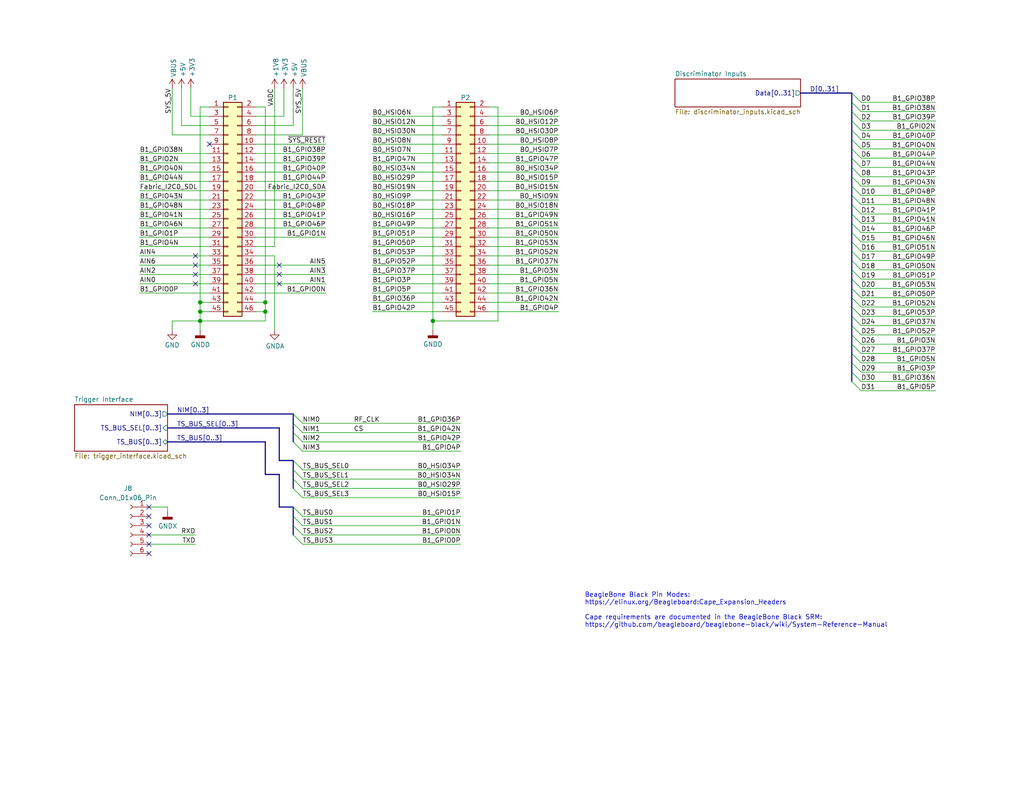
<source format=kicad_sch>
(kicad_sch (version 20231120) (generator "eeschema") (generator_version "8.0")
  (paper "USLetter")
  (title_block (title "BeagleV Fire TDC Cape") (date "2024-09-28") (rev "1") (company "MIT SpinQuest DAQ Group") (comment 1 "Noah Paladino"))
  (lib_symbols
    (symbol "Connector:Conn_01x06_Socket" (pin_names (offset 1.016) hide)
      (property "Reference" "J" (at 0 7.62 0))
      (property "Value" "Conn_01x06_Socket" (at 0 -10.16 0))
      (symbol "Conn_01x06_Socket_1_1"
        (arc (start 0 -7.112) (mid -0.5058 -7.62) (end 0 -8.128) (stroke (width 0.1524)))
        (arc (start 0 -4.572) (mid -0.5058 -5.08) (end 0 -5.588) (stroke (width 0.1524)))
        (arc (start 0 -2.032) (mid -0.5058 -2.54) (end 0 -3.048) (stroke (width 0.1524)))
        (polyline (pts (xy -1.27 -7.62) (xy -0.508 -7.62)) (stroke (width 0.1524)))
        (polyline (pts (xy -1.27 -5.08) (xy -0.508 -5.08)) (stroke (width 0.1524)))
        (polyline (pts (xy -1.27 -2.54) (xy -0.508 -2.54)) (stroke (width 0.1524)))
        (polyline (pts (xy -1.27 0) (xy -0.508 0)) (stroke (width 0.1524)))
        (polyline (pts (xy -1.27 2.54) (xy -0.508 2.54)) (stroke (width 0.1524)))
        (polyline (pts (xy -1.27 5.08) (xy -0.508 5.08)) (stroke (width 0.1524)))
        (arc (start 0 0.508) (mid -0.5058 0) (end 0 -0.508) (stroke (width 0.1524)))
        (arc (start 0 3.048) (mid -0.5058 2.54) (end 0 2.032) (stroke (width 0.1524)))
        (arc (start 0 5.588) (mid -0.5058 5.08) (end 0 4.572) (stroke (width 0.1524)))
        (pin passive line (at -5.08 5.08 0) (length 3.81) (name "Pin_1") (number "1"))
        (pin passive line (at -5.08 2.54 0) (length 3.81) (name "Pin_2") (number "2"))
        (pin passive line (at -5.08 0 0) (length 3.81) (name "Pin_3") (number "3"))
        (pin passive line (at -5.08 -2.54 0) (length 3.81) (name "Pin_4") (number "4"))
        (pin passive line (at -5.08 -5.08 0) (length 3.81) (name "Pin_5") (number "5"))
        (pin passive line (at -5.08 -7.62 0) (length 3.81) (name "Pin_6") (number "6"))
      )
    )
    (symbol "Connector_Generic:Conn_02x23_Odd_Even" (pin_names (offset 1.016) hide)
      (property "Reference" "J" (at 1.27 30.48 0))
      (property "Value" "Conn_02x23_Odd_Even" (at 1.27 -30.48 0))
      (symbol "Conn_02x23_Odd_Even_1_1"
        (rectangle (start -1.27 -27.813) (end 0 -28.067) (stroke (width 0.1524)))
        (rectangle (start -1.27 -25.273) (end 0 -25.527) (stroke (width 0.1524)))
        (rectangle (start -1.27 -22.733) (end 0 -22.987) (stroke (width 0.1524)))
        (rectangle (start -1.27 -20.193) (end 0 -20.447) (stroke (width 0.1524)))
        (rectangle (start -1.27 -17.653) (end 0 -17.907) (stroke (width 0.1524)))
        (rectangle (start -1.27 -15.113) (end 0 -15.367) (stroke (width 0.1524)))
        (rectangle (start -1.27 -12.573) (end 0 -12.827) (stroke (width 0.1524)))
        (rectangle (start -1.27 -10.033) (end 0 -10.287) (stroke (width 0.1524)))
        (rectangle (start -1.27 -7.493) (end 0 -7.747) (stroke (width 0.1524)))
        (rectangle (start -1.27 -4.953) (end 0 -5.207) (stroke (width 0.1524)))
        (rectangle (start -1.27 -2.413) (end 0 -2.667) (stroke (width 0.1524)))
        (rectangle (start -1.27 0.127) (end 0 -0.127) (stroke (width 0.1524)))
        (rectangle (start -1.27 2.667) (end 0 2.413) (stroke (width 0.1524)))
        (rectangle (start -1.27 5.207) (end 0 4.953) (stroke (width 0.1524)))
        (rectangle (start -1.27 7.747) (end 0 7.493) (stroke (width 0.1524)))
        (rectangle (start -1.27 10.287) (end 0 10.033) (stroke (width 0.1524)))
        (rectangle (start -1.27 12.827) (end 0 12.573) (stroke (width 0.1524)))
        (rectangle (start -1.27 15.367) (end 0 15.113) (stroke (width 0.1524)))
        (rectangle (start -1.27 17.907) (end 0 17.653) (stroke (width 0.1524)))
        (rectangle (start -1.27 20.447) (end 0 20.193) (stroke (width 0.1524)))
        (rectangle (start -1.27 22.987) (end 0 22.733) (stroke (width 0.1524)))
        (rectangle (start -1.27 25.527) (end 0 25.273) (stroke (width 0.1524)))
        (rectangle (start -1.27 28.067) (end 0 27.813) (stroke (width 0.1524)))
        (rectangle (start -1.27 29.21) (end 3.81 -29.21) (stroke (width 0.254)) (fill (type background)))
        (rectangle (start 3.81 -27.813) (end 2.54 -28.067) (stroke (width 0.1524)))
        (rectangle (start 3.81 -25.273) (end 2.54 -25.527) (stroke (width 0.1524)))
        (rectangle (start 3.81 -22.733) (end 2.54 -22.987) (stroke (width 0.1524)))
        (rectangle (start 3.81 -20.193) (end 2.54 -20.447) (stroke (width 0.1524)))
        (rectangle (start 3.81 -17.653) (end 2.54 -17.907) (stroke (width 0.1524)))
        (rectangle (start 3.81 -15.113) (end 2.54 -15.367) (stroke (width 0.1524)))
        (rectangle (start 3.81 -12.573) (end 2.54 -12.827) (stroke (width 0.1524)))
        (rectangle (start 3.81 -10.033) (end 2.54 -10.287) (stroke (width 0.1524)))
        (rectangle (start 3.81 -7.493) (end 2.54 -7.747) (stroke (width 0.1524)))
        (rectangle (start 3.81 -4.953) (end 2.54 -5.207) (stroke (width 0.1524)))
        (rectangle (start 3.81 -2.413) (end 2.54 -2.667) (stroke (width 0.1524)))
        (rectangle (start 3.81 0.127) (end 2.54 -0.127) (stroke (width 0.1524)))
        (rectangle (start 3.81 2.667) (end 2.54 2.413) (stroke (width 0.1524)))
        (rectangle (start 3.81 5.207) (end 2.54 4.953) (stroke (width 0.1524)))
        (rectangle (start 3.81 7.747) (end 2.54 7.493) (stroke (width 0.1524)))
        (rectangle (start 3.81 10.287) (end 2.54 10.033) (stroke (width 0.1524)))
        (rectangle (start 3.81 12.827) (end 2.54 12.573) (stroke (width 0.1524)))
        (rectangle (start 3.81 15.367) (end 2.54 15.113) (stroke (width 0.1524)))
        (rectangle (start 3.81 17.907) (end 2.54 17.653) (stroke (width 0.1524)))
        (rectangle (start 3.81 20.447) (end 2.54 20.193) (stroke (width 0.1524)))
        (rectangle (start 3.81 22.987) (end 2.54 22.733) (stroke (width 0.1524)))
        (rectangle (start 3.81 25.527) (end 2.54 25.273) (stroke (width 0.1524)))
        (rectangle (start 3.81 28.067) (end 2.54 27.813) (stroke (width 0.1524)))
        (pin passive line (at -5.08 27.94 0) (length 3.81) (name "Pin_1") (number "1"))
        (pin passive line (at 7.62 17.78 180) (length 3.81) (name "Pin_10") (number "10"))
        (pin passive line (at -5.08 15.24 0) (length 3.81) (name "Pin_11") (number "11"))
        (pin passive line (at 7.62 15.24 180) (length 3.81) (name "Pin_12") (number "12"))
        (pin passive line (at -5.08 12.7 0) (length 3.81) (name "Pin_13") (number "13"))
        (pin passive line (at 7.62 12.7 180) (length 3.81) (name "Pin_14") (number "14"))
        (pin passive line (at -5.08 10.16 0) (length 3.81) (name "Pin_15") (number "15"))
        (pin passive line (at 7.62 10.16 180) (length 3.81) (name "Pin_16") (number "16"))
        (pin passive line (at -5.08 7.62 0) (length 3.81) (name "Pin_17") (number "17"))
        (pin passive line (at 7.62 7.62 180) (length 3.81) (name "Pin_18") (number "18"))
        (pin passive line (at -5.08 5.08 0) (length 3.81) (name "Pin_19") (number "19"))
        (pin passive line (at 7.62 27.94 180) (length 3.81) (name "Pin_2") (number "2"))
        (pin passive line (at 7.62 5.08 180) (length 3.81) (name "Pin_20") (number "20"))
        (pin passive line (at -5.08 2.54 0) (length 3.81) (name "Pin_21") (number "21"))
        (pin passive line (at 7.62 2.54 180) (length 3.81) (name "Pin_22") (number "22"))
        (pin passive line (at -5.08 0 0) (length 3.81) (name "Pin_23") (number "23"))
        (pin passive line (at 7.62 0 180) (length 3.81) (name "Pin_24") (number "24"))
        (pin passive line (at -5.08 -2.54 0) (length 3.81) (name "Pin_25") (number "25"))
        (pin passive line (at 7.62 -2.54 180) (length 3.81) (name "Pin_26") (number "26"))
        (pin passive line (at -5.08 -5.08 0) (length 3.81) (name "Pin_27") (number "27"))
        (pin passive line (at 7.62 -5.08 180) (length 3.81) (name "Pin_28") (number "28"))
        (pin passive line (at -5.08 -7.62 0) (length 3.81) (name "Pin_29") (number "29"))
        (pin passive line (at -5.08 25.4 0) (length 3.81) (name "Pin_3") (number "3"))
        (pin passive line (at 7.62 -7.62 180) (length 3.81) (name "Pin_30") (number "30"))
        (pin passive line (at -5.08 -10.16 0) (length 3.81) (name "Pin_31") (number "31"))
        (pin passive line (at 7.62 -10.16 180) (length 3.81) (name "Pin_32") (number "32"))
        (pin passive line (at -5.08 -12.7 0) (length 3.81) (name "Pin_33") (number "33"))
        (pin passive line (at 7.62 -12.7 180) (length 3.81) (name "Pin_34") (number "34"))
        (pin passive line (at -5.08 -15.24 0) (length 3.81) (name "Pin_35") (number "35"))
        (pin passive line (at 7.62 -15.24 180) (length 3.81) (name "Pin_36") (number "36"))
        (pin passive line (at -5.08 -17.78 0) (length 3.81) (name "Pin_37") (number "37"))
        (pin passive line (at 7.62 -17.78 180) (length 3.81) (name "Pin_38") (number "38"))
        (pin passive line (at -5.08 -20.32 0) (length 3.81) (name "Pin_39") (number "39"))
        (pin passive line (at 7.62 25.4 180) (length 3.81) (name "Pin_4") (number "4"))
        (pin passive line (at 7.62 -20.32 180) (length 3.81) (name "Pin_40") (number "40"))
        (pin passive line (at -5.08 -22.86 0) (length 3.81) (name "Pin_41") (number "41"))
        (pin passive line (at 7.62 -22.86 180) (length 3.81) (name "Pin_42") (number "42"))
        (pin passive line (at -5.08 -25.4 0) (length 3.81) (name "Pin_43") (number "43"))
        (pin passive line (at 7.62 -25.4 180) (length 3.81) (name "Pin_44") (number "44"))
        (pin passive line (at -5.08 -27.94 0) (length 3.81) (name "Pin_45") (number "45"))
        (pin passive line (at 7.62 -27.94 180) (length 3.81) (name "Pin_46") (number "46"))
        (pin passive line (at -5.08 22.86 0) (length 3.81) (name "Pin_5") (number "5"))
        (pin passive line (at 7.62 22.86 180) (length 3.81) (name "Pin_6") (number "6"))
        (pin passive line (at -5.08 20.32 0) (length 3.81) (name "Pin_7") (number "7"))
        (pin passive line (at 7.62 20.32 180) (length 3.81) (name "Pin_8") (number "8"))
        (pin passive line (at -5.08 17.78 0) (length 3.81) (name "Pin_9") (number "9"))
      )
    )
    (symbol "power:+1V8" (power) (pin_names (offset 0))
      (property "Value" "+1V8" (at 0 3.556 0))
      (symbol "+1V8_0_1"
        (polyline (pts (xy -0.762 1.27) (xy 0 2.54)))
        (polyline (pts (xy 0 0) (xy 0 2.54)))
        (polyline (pts (xy 0 2.54) (xy 0.762 1.27)))
      )
      (symbol "+1V8_1_1"
        (pin power_in line (at 0 0 90) (length 0) hide (name "+1V8") (number "1"))
      )
    )
    (symbol "power:+3.3V" (power) (pin_names (offset 0))
      (property "Value" "+3.3V" (at 0 3.556 0))
      (symbol "+3.3V_0_1"
        (polyline (pts (xy -0.762 1.27) (xy 0 2.54)))
        (polyline (pts (xy 0 0) (xy 0 2.54)))
        (polyline (pts (xy 0 2.54) (xy 0.762 1.27)))
      )
      (symbol "+3.3V_1_1"
        (pin power_in line (at 0 0 90) (length 0) hide (name "+3V3") (number "1"))
      )
    )
    (symbol "power:+5V" (power) (pin_names (offset 0))
      (property "Value" "+5V" (at 0 3.556 0))
      (symbol "+5V_0_1"
        (polyline (pts (xy -0.762 1.27) (xy 0 2.54)))
        (polyline (pts (xy 0 0) (xy 0 2.54)))
        (polyline (pts (xy 0 2.54) (xy 0.762 1.27)))
      )
      (symbol "+5V_1_1"
        (pin power_in line (at 0 0 90) (length 0) hide (name "+5V") (number "1"))
      )
    )
    (symbol "power:GND" (power) (pin_names (offset 0))
      (property "Value" "GND" (at 0 -3.81 0))
      (symbol "GND_0_1"
        (polyline (pts (xy 0 0) (xy 0 -1.27) (xy 1.27 -1.27) (xy 0 -2.54) (xy -1.27 -1.27) (xy 0 -1.27)))
      )
      (symbol "GND_1_1"
        (pin power_in line (at 0 0 270) (length 0) hide (name "GND") (number "1"))
      )
    )
    (symbol "power:GNDA" (power) (pin_names (offset 0))
      (property "Value" "GNDA" (at 0 -3.81 0))
      (symbol "GNDA_0_1"
        (polyline (pts (xy 0 0) (xy 0 -1.27) (xy 1.27 -1.27) (xy 0 -2.54) (xy -1.27 -1.27) (xy 0 -1.27)))
      )
      (symbol "GNDA_1_1"
        (pin power_in line (at 0 0 270) (length 0) hide (name "GNDA") (number "1"))
      )
    )
    (symbol "power:GNDD" (power) (pin_names (offset 0))
      (property "Value" "GNDD" (at 0 -3.175 0))
      (symbol "GNDD_0_1"
        (rectangle (start -1.27 -1.524) (end 1.27 -2.032) (stroke (width 0.254)) (fill (type outline)))
        (polyline (pts (xy 0 0) (xy 0 -1.524)))
      )
      (symbol "GNDD_1_1"
        (pin power_in line (at 0 0 270) (length 0) hide (name "GNDD") (number "1"))
      )
    )
    (symbol "power:VBUS" (power) (pin_names (offset 0))
      (property "Value" "VBUS" (at 0 3.81 0))
      (symbol "VBUS_0_1"
        (polyline (pts (xy -0.762 1.27) (xy 0 2.54)))
        (polyline (pts (xy 0 0) (xy 0 2.54)))
        (polyline (pts (xy 0 2.54) (xy 0.762 1.27)))
      )
      (symbol "VBUS_1_1"
        (pin power_in line (at 0 0 90) (length 0) hide (name "VBUS") (number "1"))
      )
    )
  )
  (junction (at 54.61 85.09) (diameter 1.016))
  (junction (at 118.11 87.63) (diameter 1.016))
  (junction (at 54.61 82.55) (diameter 1.016))
  (junction (at 72.39 85.09) (diameter 1.016))
  (junction (at 54.61 87.63) (diameter 1.016))
  (junction (at 72.39 82.55) (diameter 1.016))
  (no_connect (at 40.64 148.59))
  (no_connect (at 40.64 151.13))
  (no_connect (at 40.64 140.97))
  (no_connect (at 76.2 77.47))
  (no_connect (at 53.34 74.93))
  (no_connect (at 40.64 138.43))
  (no_connect (at 53.34 72.39))
  (no_connect (at 76.2 74.93))
  (no_connect (at 40.64 143.51))
  (no_connect (at 40.64 146.05))
  (no_connect (at 53.34 77.47))
  (no_connect (at 57.15 39.37))
  (no_connect (at 53.34 69.85))
  (no_connect (at 76.2 72.39))
  (bus_entry (at 232.41 60.96) (size 2.54 2.54))
  (bus_entry (at 232.41 40.64) (size 2.54 2.54))
  (bus_entry (at 80.01 133.35) (size 2.54 2.54))
  (bus_entry (at 80.01 113.03) (size 2.54 2.54))
  (bus_entry (at 232.41 86.36) (size 2.54 2.54))
  (bus_entry (at 232.41 25.4) (size 2.54 2.54))
  (bus_entry (at 232.41 33.02) (size 2.54 2.54))
  (bus_entry (at 232.41 93.98) (size 2.54 2.54))
  (bus_entry (at 80.01 118.11) (size 2.54 2.54))
  (bus_entry (at 80.01 138.43) (size 2.54 2.54))
  (bus_entry (at 80.01 120.65) (size 2.54 2.54))
  (bus_entry (at 232.41 58.42) (size 2.54 2.54))
  (bus_entry (at 232.41 48.26) (size 2.54 2.54))
  (bus_entry (at 80.01 130.81) (size 2.54 2.54))
  (bus_entry (at 80.01 128.27) (size 2.54 2.54))
  (bus_entry (at 232.41 88.9) (size 2.54 2.54))
  (bus_entry (at 232.41 104.14) (size 2.54 2.54))
  (bus_entry (at 232.41 78.74) (size 2.54 2.54))
  (bus_entry (at 232.41 43.18) (size 2.54 2.54))
  (bus_entry (at 232.41 101.6) (size 2.54 2.54))
  (bus_entry (at 232.41 68.58) (size 2.54 2.54))
  (bus_entry (at 232.41 73.66) (size 2.54 2.54))
  (bus_entry (at 232.41 35.56) (size 2.54 2.54))
  (bus_entry (at 232.41 30.48) (size 2.54 2.54))
  (bus_entry (at 232.41 96.52) (size 2.54 2.54))
  (bus_entry (at 232.41 66.04) (size 2.54 2.54))
  (bus_entry (at 232.41 50.8) (size 2.54 2.54))
  (bus_entry (at 80.01 140.97) (size 2.54 2.54))
  (bus_entry (at 232.41 38.1) (size 2.54 2.54))
  (bus_entry (at 80.01 125.73) (size 2.54 2.54))
  (bus_entry (at 232.41 45.72) (size 2.54 2.54))
  (bus_entry (at 232.41 55.88) (size 2.54 2.54))
  (bus_entry (at 232.41 91.44) (size 2.54 2.54))
  (bus_entry (at 232.41 27.94) (size 2.54 2.54))
  (bus_entry (at 80.01 115.57) (size 2.54 2.54))
  (bus_entry (at 80.01 146.05) (size 2.54 2.54))
  (bus_entry (at 232.41 81.28) (size 2.54 2.54))
  (bus_entry (at 232.41 99.06) (size 2.54 2.54))
  (bus_entry (at 232.41 53.34) (size 2.54 2.54))
  (bus_entry (at 232.41 76.2) (size 2.54 2.54))
  (bus_entry (at 232.41 71.12) (size 2.54 2.54))
  (bus_entry (at 232.41 63.5) (size 2.54 2.54))
  (bus_entry (at 80.01 143.51) (size 2.54 2.54))
  (bus_entry (at 232.41 83.82) (size 2.54 2.54))
  (wire (pts (xy 38.1 64.77) (xy 57.15 64.77)))
  (bus (pts (xy 232.41 83.82) (xy 232.41 86.36)))
  (wire (pts (xy 234.95 66.04) (xy 255.27 66.04)))
  (wire (pts (xy 133.35 59.69) (xy 152.4 59.69)))
  (bus (pts (xy 76.2 129.54) (xy 76.2 138.43)))
  (wire (pts (xy 69.85 64.77) (xy 88.9 64.77)))
  (bus (pts (xy 232.41 78.74) (xy 232.41 81.28)))
  (wire (pts (xy 57.15 34.29) (xy 49.53 34.29)))
  (wire (pts (xy 234.95 33.02) (xy 255.27 33.02)))
  (wire (pts (xy 74.93 69.85) (xy 74.93 90.17)))
  (wire (pts (xy 133.35 54.61) (xy 152.4 54.61)))
  (wire (pts (xy 133.35 64.77) (xy 152.4 64.77)))
  (wire (pts (xy 57.15 36.83) (xy 46.99 36.83)))
  (wire (pts (xy 54.61 82.55) (xy 57.15 82.55)))
  (wire (pts (xy 54.61 85.09) (xy 54.61 82.55)))
  (wire (pts (xy 234.95 96.52) (xy 255.27 96.52)))
  (wire (pts (xy 69.85 80.01) (xy 88.9 80.01)))
  (bus (pts (xy 80.01 138.43) (xy 80.01 140.97)))
  (bus (pts (xy 80.01 125.73) (xy 80.01 128.27)))
  (wire (pts (xy 133.35 72.39) (xy 152.4 72.39)))
  (wire (pts (xy 82.55 120.65) (xy 125.73 120.65)))
  (wire (pts (xy 69.85 74.93) (xy 88.9 74.93)))
  (wire (pts (xy 234.95 68.58) (xy 255.27 68.58)))
  (wire (pts (xy 101.6 46.99) (xy 120.65 46.99)))
  (wire (pts (xy 234.95 48.26) (xy 255.27 48.26)))
  (wire (pts (xy 133.35 74.93) (xy 152.4 74.93)))
  (wire (pts (xy 69.85 59.69) (xy 88.9 59.69)))
  (wire (pts (xy 38.1 67.31) (xy 57.15 67.31)))
  (wire (pts (xy 40.64 138.43) (xy 45.72 138.43)))
  (wire (pts (xy 69.85 77.47) (xy 88.9 77.47)))
  (wire (pts (xy 101.6 67.31) (xy 120.65 67.31)))
  (wire (pts (xy 101.6 39.37) (xy 120.65 39.37)))
  (wire (pts (xy 234.95 63.5) (xy 255.27 63.5)))
  (wire (pts (xy 69.85 69.85) (xy 74.93 69.85)))
  (wire (pts (xy 54.61 87.63) (xy 72.39 87.63)))
  (wire (pts (xy 234.95 30.48) (xy 255.27 30.48)))
  (bus (pts (xy 45.72 113.03) (xy 80.01 113.03)))
  (wire (pts (xy 234.95 101.6) (xy 255.27 101.6)))
  (wire (pts (xy 38.1 46.99) (xy 57.15 46.99)))
  (wire (pts (xy 234.95 45.72) (xy 255.27 45.72)))
  (wire (pts (xy 133.35 49.53) (xy 152.4 49.53)))
  (bus (pts (xy 218.44 25.4) (xy 232.41 25.4)))
  (wire (pts (xy 57.15 31.75) (xy 52.07 31.75)))
  (wire (pts (xy 38.1 44.45) (xy 57.15 44.45)))
  (wire (pts (xy 38.1 57.15) (xy 57.15 57.15)))
  (bus (pts (xy 232.41 50.8) (xy 232.41 53.34)))
  (bus (pts (xy 232.41 76.2) (xy 232.41 78.74)))
  (wire (pts (xy 118.11 87.63) (xy 135.89 87.63)))
  (wire (pts (xy 135.89 29.21) (xy 135.89 87.63)))
  (wire (pts (xy 234.95 99.06) (xy 255.27 99.06)))
  (wire (pts (xy 69.85 36.83) (xy 82.55 36.83)))
  (wire (pts (xy 82.55 146.05) (xy 125.73 146.05)))
  (bus (pts (xy 232.41 86.36) (xy 232.41 88.9)))
  (bus (pts (xy 232.41 38.1) (xy 232.41 40.64)))
  (wire (pts (xy 234.95 50.8) (xy 255.27 50.8)))
  (wire (pts (xy 38.1 77.47) (xy 57.15 77.47)))
  (wire (pts (xy 234.95 27.94) (xy 255.27 27.94)))
  (wire (pts (xy 49.53 34.29) (xy 49.53 24.13)))
  (wire (pts (xy 101.6 44.45) (xy 120.65 44.45)))
  (wire (pts (xy 118.11 29.21) (xy 120.65 29.21)))
  (wire (pts (xy 234.95 88.9) (xy 255.27 88.9)))
  (wire (pts (xy 101.6 80.01) (xy 120.65 80.01)))
  (bus (pts (xy 232.41 58.42) (xy 232.41 60.96)))
  (wire (pts (xy 234.95 81.28) (xy 255.27 81.28)))
  (bus (pts (xy 232.41 43.18) (xy 232.41 45.72)))
  (wire (pts (xy 234.95 93.98) (xy 255.27 93.98)))
  (bus (pts (xy 80.01 130.81) (xy 80.01 133.35)))
  (bus (pts (xy 232.41 81.28) (xy 232.41 83.82)))
  (wire (pts (xy 133.35 62.23) (xy 152.4 62.23)))
  (wire (pts (xy 69.85 31.75) (xy 77.47 31.75)))
  (wire (pts (xy 80.01 34.29) (xy 80.01 24.13)))
  (wire (pts (xy 77.47 31.75) (xy 77.47 24.13)))
  (wire (pts (xy 118.11 29.21) (xy 118.11 87.63)))
  (wire (pts (xy 118.11 87.63) (xy 118.11 90.17)))
  (wire (pts (xy 52.07 31.75) (xy 52.07 24.13)))
  (wire (pts (xy 82.55 118.11) (xy 125.73 118.11)))
  (wire (pts (xy 101.6 31.75) (xy 120.65 31.75)))
  (bus (pts (xy 232.41 30.48) (xy 232.41 33.02)))
  (bus (pts (xy 232.41 33.02) (xy 232.41 35.56)))
  (bus (pts (xy 80.01 128.27) (xy 80.01 130.81)))
  (bus (pts (xy 76.2 125.73) (xy 80.01 125.73)))
  (wire (pts (xy 234.95 55.88) (xy 255.27 55.88)))
  (wire (pts (xy 82.55 123.19) (xy 125.73 123.19)))
  (wire (pts (xy 69.85 52.07) (xy 88.9 52.07)))
  (bus (pts (xy 80.01 118.11) (xy 80.01 120.65)))
  (bus (pts (xy 232.41 60.96) (xy 232.41 63.5)))
  (wire (pts (xy 101.6 82.55) (xy 120.65 82.55)))
  (wire (pts (xy 82.55 130.81) (xy 125.73 130.81)))
  (wire (pts (xy 101.6 49.53) (xy 120.65 49.53)))
  (wire (pts (xy 40.64 146.05) (xy 53.34 146.05)))
  (wire (pts (xy 38.1 72.39) (xy 57.15 72.39)))
  (bus (pts (xy 232.41 63.5) (xy 232.41 66.04)))
  (bus (pts (xy 232.41 73.66) (xy 232.41 76.2)))
  (bus (pts (xy 232.41 55.88) (xy 232.41 58.42)))
  (bus (pts (xy 80.01 115.57) (xy 80.01 118.11)))
  (bus (pts (xy 232.41 99.06) (xy 232.41 101.6)))
  (bus (pts (xy 72.39 120.65) (xy 72.39 129.54)))
  (bus (pts (xy 45.72 120.65) (xy 72.39 120.65)))
  (bus (pts (xy 232.41 88.9) (xy 232.41 91.44)))
  (wire (pts (xy 133.35 57.15) (xy 152.4 57.15)))
  (wire (pts (xy 46.99 36.83) (xy 46.99 24.13)))
  (wire (pts (xy 38.1 62.23) (xy 57.15 62.23)))
  (wire (pts (xy 133.35 39.37) (xy 152.4 39.37)))
  (bus (pts (xy 80.01 143.51) (xy 80.01 146.05)))
  (bus (pts (xy 232.41 68.58) (xy 232.41 71.12)))
  (wire (pts (xy 234.95 58.42) (xy 255.27 58.42)))
  (wire (pts (xy 234.95 73.66) (xy 255.27 73.66)))
  (bus (pts (xy 80.01 113.03) (xy 80.01 115.57)))
  (wire (pts (xy 69.85 82.55) (xy 72.39 82.55)))
  (wire (pts (xy 72.39 82.55) (xy 72.39 85.09)))
  (wire (pts (xy 72.39 85.09) (xy 72.39 87.63)))
  (wire (pts (xy 234.95 38.1) (xy 255.27 38.1)))
  (wire (pts (xy 133.35 34.29) (xy 152.4 34.29)))
  (wire (pts (xy 69.85 62.23) (xy 88.9 62.23)))
  (wire (pts (xy 69.85 44.45) (xy 88.9 44.45)))
  (wire (pts (xy 101.6 57.15) (xy 120.65 57.15)))
  (wire (pts (xy 234.95 53.34) (xy 255.27 53.34)))
  (wire (pts (xy 69.85 29.21) (xy 72.39 29.21)))
  (wire (pts (xy 40.64 148.59) (xy 53.34 148.59)))
  (bus (pts (xy 232.41 96.52) (xy 232.41 99.06)))
  (wire (pts (xy 38.1 54.61) (xy 57.15 54.61)))
  (wire (pts (xy 82.55 115.57) (xy 125.73 115.57)))
  (wire (pts (xy 69.85 49.53) (xy 88.9 49.53)))
  (bus (pts (xy 232.41 66.04) (xy 232.41 68.58)))
  (wire (pts (xy 74.93 24.13) (xy 74.93 67.31)))
  (wire (pts (xy 101.6 85.09) (xy 120.65 85.09)))
  (wire (pts (xy 82.55 143.51) (xy 125.73 143.51)))
  (bus (pts (xy 76.2 138.43) (xy 80.01 138.43)))
  (wire (pts (xy 133.35 29.21) (xy 135.89 29.21)))
  (wire (pts (xy 45.72 138.43) (xy 45.72 139.7)))
  (wire (pts (xy 133.35 82.55) (xy 152.4 82.55)))
  (wire (pts (xy 72.39 29.21) (xy 72.39 82.55)))
  (wire (pts (xy 69.85 57.15) (xy 88.9 57.15)))
  (wire (pts (xy 101.6 74.93) (xy 120.65 74.93)))
  (bus (pts (xy 45.72 116.84) (xy 76.2 116.84)))
  (wire (pts (xy 234.95 40.64) (xy 255.27 40.64)))
  (wire (pts (xy 38.1 80.01) (xy 57.15 80.01)))
  (wire (pts (xy 69.85 54.61) (xy 88.9 54.61)))
  (wire (pts (xy 38.1 49.53) (xy 57.15 49.53)))
  (wire (pts (xy 82.55 148.59) (xy 125.73 148.59)))
  (wire (pts (xy 101.6 36.83) (xy 120.65 36.83)))
  (wire (pts (xy 234.95 71.12) (xy 255.27 71.12)))
  (wire (pts (xy 234.95 83.82) (xy 255.27 83.82)))
  (wire (pts (xy 101.6 59.69) (xy 120.65 59.69)))
  (bus (pts (xy 232.41 101.6) (xy 232.41 104.14)))
  (wire (pts (xy 101.6 52.07) (xy 120.65 52.07)))
  (bus (pts (xy 232.41 48.26) (xy 232.41 50.8)))
  (wire (pts (xy 234.95 78.74) (xy 255.27 78.74)))
  (wire (pts (xy 234.95 43.18) (xy 255.27 43.18)))
  (wire (pts (xy 133.35 46.99) (xy 152.4 46.99)))
  (wire (pts (xy 101.6 69.85) (xy 120.65 69.85)))
  (wire (pts (xy 234.95 91.44) (xy 255.27 91.44)))
  (wire (pts (xy 82.55 24.13) (xy 82.55 36.83)))
  (wire (pts (xy 54.61 29.21) (xy 54.61 82.55)))
  (wire (pts (xy 57.15 29.21) (xy 54.61 29.21)))
  (wire (pts (xy 38.1 41.91) (xy 57.15 41.91)))
  (wire (pts (xy 133.35 80.01) (xy 152.4 80.01)))
  (wire (pts (xy 133.35 44.45) (xy 152.4 44.45)))
  (wire (pts (xy 133.35 69.85) (xy 152.4 69.85)))
  (wire (pts (xy 101.6 62.23) (xy 120.65 62.23)))
  (wire (pts (xy 38.1 59.69) (xy 57.15 59.69)))
  (wire (pts (xy 133.35 41.91) (xy 152.4 41.91)))
  (wire (pts (xy 101.6 54.61) (xy 120.65 54.61)))
  (wire (pts (xy 101.6 41.91) (xy 120.65 41.91)))
  (wire (pts (xy 54.61 85.09) (xy 57.15 85.09)))
  (wire (pts (xy 54.61 87.63) (xy 54.61 85.09)))
  (wire (pts (xy 54.61 90.17) (xy 54.61 87.63)))
  (wire (pts (xy 133.35 52.07) (xy 152.4 52.07)))
  (wire (pts (xy 133.35 85.09) (xy 152.4 85.09)))
  (wire (pts (xy 38.1 69.85) (xy 57.15 69.85)))
  (wire (pts (xy 133.35 77.47) (xy 152.4 77.47)))
  (wire (pts (xy 101.6 72.39) (xy 120.65 72.39)))
  (bus (pts (xy 232.41 35.56) (xy 232.41 38.1)))
  (wire (pts (xy 82.55 133.35) (xy 125.73 133.35)))
  (bus (pts (xy 72.39 129.54) (xy 76.2 129.54)))
  (wire (pts (xy 101.6 64.77) (xy 120.65 64.77)))
  (wire (pts (xy 82.55 128.27) (xy 125.73 128.27)))
  (bus (pts (xy 232.41 71.12) (xy 232.41 73.66)))
  (bus (pts (xy 232.41 93.98) (xy 232.41 96.52)))
  (bus (pts (xy 232.41 91.44) (xy 232.41 93.98)))
  (wire (pts (xy 234.95 106.68) (xy 255.27 106.68)))
  (wire (pts (xy 69.85 41.91) (xy 88.9 41.91)))
  (bus (pts (xy 80.01 140.97) (xy 80.01 143.51)))
  (bus (pts (xy 76.2 116.84) (xy 76.2 125.73)))
  (wire (pts (xy 82.55 135.89) (xy 125.73 135.89)))
  (wire (pts (xy 82.55 140.97) (xy 125.73 140.97)))
  (bus (pts (xy 232.41 53.34) (xy 232.41 55.88)))
  (wire (pts (xy 46.99 87.63) (xy 54.61 87.63)))
  (bus (pts (xy 232.41 27.94) (xy 232.41 30.48)))
  (wire (pts (xy 234.95 104.14) (xy 255.27 104.14)))
  (wire (pts (xy 133.35 31.75) (xy 152.4 31.75)))
  (wire (pts (xy 133.35 67.31) (xy 152.4 67.31)))
  (wire (pts (xy 69.85 34.29) (xy 80.01 34.29)))
  (wire (pts (xy 234.95 35.56) (xy 255.27 35.56)))
  (wire (pts (xy 69.85 72.39) (xy 88.9 72.39)))
  (bus (pts (xy 232.41 25.4) (xy 232.41 27.94)))
  (wire (pts (xy 234.95 60.96) (xy 255.27 60.96)))
  (wire (pts (xy 69.85 46.99) (xy 88.9 46.99)))
  (wire (pts (xy 101.6 77.47) (xy 120.65 77.47)))
  (bus (pts (xy 232.41 45.72) (xy 232.41 48.26)))
  (wire (pts (xy 133.35 36.83) (xy 152.4 36.83)))
  (wire (pts (xy 69.85 39.37) (xy 88.9 39.37)))
  (bus (pts (xy 232.41 40.64) (xy 232.41 43.18)))
  (wire (pts (xy 38.1 52.07) (xy 57.15 52.07)))
  (wire (pts (xy 69.85 67.31) (xy 74.93 67.31)))
  (wire (pts (xy 38.1 74.93) (xy 57.15 74.93)))
  (wire (pts (xy 46.99 90.17) (xy 46.99 87.63)))
  (wire (pts (xy 101.6 34.29) (xy 120.65 34.29)))
  (wire (pts (xy 69.85 85.09) (xy 72.39 85.09)))
  (wire (pts (xy 234.95 86.36) (xy 255.27 86.36)))
  (wire (pts (xy 234.95 76.2) (xy 255.27 76.2)))
  (text "BeagleBone Black Pin Modes:\nhttps://elinux.org/Beagleboard:Cape_Expansion_Headers\n\nCape requirements are documented in the BeagleBone Black SRM:\nhttps://github.com/beagleboard/beaglebone-black/wiki/System-Reference-Manual" (at 159.512 171.45 0) (effects (font (size 1.27 1.27)) (justify left bottom)))
  (label "B0_HSIO12N" (at 101.6 34.29 0))
  (label "D31" (at 234.95 106.68 0))
  (label "B1_GPIO40P" (at 255.27 38.1 180))
  (label "D2" (at 234.95 33.02 0))
  (label "B1_GPIO1P" (at 125.73 140.97 180))
  (label "B1_GPIO43P" (at 255.27 48.26 180))
  (label "B1_GPIO46N" (at 38.1 62.23 0))
  (label "AIN4" (at 38.1 69.85 0))
  (label "TS_BUS1" (at 82.55 143.51 0))
  (label "B1_GPIO52P" (at 101.6 72.39 0))
  (label "B1_GPIO44N" (at 38.1 49.53 0))
  (label "D8" (at 234.95 48.26 0))
  (label "B1_GPIO0N" (at 125.73 146.05 180))
  (label "B1_GPIO44P" (at 88.9 49.53 180))
  (label "TS_BUS2" (at 82.55 146.05 0))
  (label "B1_GPIO41P" (at 88.9 59.69 180))
  (label "B1_GPIO43N" (at 255.27 50.8 180))
  (label "VADC" (at 74.93 24.13 270))
  (label "B1_GPIO1P" (at 38.1 64.77 0))
  (label "D1" (at 234.95 30.48 0))
  (label "B1_GPIO50N" (at 152.4 64.77 180))
  (label "B0_HSIO19N" (at 101.6 52.07 0))
  (label "D10" (at 234.95 53.34 0))
  (label "B1_GPIO44N" (at 255.27 45.72 180))
  (label "B1_GPIO46P" (at 88.9 62.23 180))
  (label "B1_GPIO5P" (at 255.27 106.68 180))
  (label "NIM2" (at 82.55 120.65 0))
  (label "B1_GPIO38N" (at 255.27 30.48 180))
  (label "D30" (at 234.95 104.14 0))
  (label "D6" (at 234.95 43.18 0))
  (label "B1_GPIO2N" (at 38.1 44.45 0))
  (label "B1_GPIO50P" (at 101.6 67.31 0))
  (label "TS_BUS_SEL[0..3]" (at 48.26 116.84 0))
  (label "B1_GPIO3N" (at 255.27 93.98 180))
  (label "B1_GPIO52N" (at 255.27 83.82 180))
  (label "B1_GPIO36P" (at 101.6 82.55 0))
  (label "B1_GPIO49P" (at 255.27 71.12 180))
  (label "RXD" (at 53.34 146.05 180))
  (label "D13" (at 234.95 60.96 0))
  (label "B1_GPIO37P" (at 255.27 96.52 180))
  (label "B0_HSIO30N" (at 101.6 36.83 0))
  (label "Fabric_I2C0_SDA" (at 88.9 52.07 180))
  (label "NIM[0..3]" (at 48.26 113.03 0))
  (label "TS_BUS_SEL0" (at 82.55 128.27 0))
  (label "B1_GPIO1N" (at 125.73 143.51 180))
  (label "B1_GPIO36N" (at 255.27 104.14 180))
  (label "B1_GPIO49N" (at 152.4 59.69 180))
  (label "B1_GPIO37N" (at 152.4 72.39 180))
  (label "B1_GPIO37N" (at 255.27 88.9 180))
  (label "B1_GPIO3N" (at 152.4 74.93 180))
  (label "TXD" (at 53.34 148.59 180))
  (label "B0_HSIO9N" (at 152.4 54.61 180))
  (label "B1_GPIO3P" (at 255.27 101.6 180))
  (label "D28" (at 234.95 99.06 0))
  (label "B1_GPIO42P" (at 125.73 120.65 180))
  (label "B0_HSIO18N" (at 152.4 57.15 180))
  (label "RF_CLK" (at 96.52 115.57 0))
  (label "B1_GPIO39P" (at 255.27 33.02 180))
  (label "B1_GPIO46P" (at 255.27 63.5 180))
  (label "B0_HSIO8P" (at 152.4 39.37 180))
  (label "D14" (at 234.95 63.5 0))
  (label "D25" (at 234.95 91.44 0))
  (label "B1_GPIO40N" (at 38.1 46.99 0))
  (label "B1_GPIO2N" (at 255.27 35.56 180))
  (label "B1_GPIO36P" (at 125.73 115.57 180))
  (label "D[0..31]" (at 220.98 25.4 0))
  (label "~{SYS_RESET}" (at 88.9 39.37 180))
  (label "D7" (at 234.95 45.72 0))
  (label "D22" (at 234.95 83.82 0))
  (label "B1_GPIO48P" (at 255.27 53.34 180))
  (label "B0_HSIO34P" (at 125.73 128.27 180))
  (label "B1_GPIO53N" (at 255.27 78.74 180))
  (label "B1_GPIO50N" (at 255.27 73.66 180))
  (label "TS_BUS_SEL2" (at 82.55 133.35 0))
  (label "B0_HSIO7P" (at 152.4 41.91 180))
  (label "B1_GPIO40P" (at 88.9 46.99 180))
  (label "D17" (at 234.95 71.12 0))
  (label "B1_GPIO38N" (at 38.1 41.91 0))
  (label "CS" (at 96.52 118.11 0))
  (label "NIM1" (at 82.55 118.11 0))
  (label "D23" (at 234.95 86.36 0))
  (label "B1_GPIO37P" (at 101.6 74.93 0))
  (label "B1_GPIO41P" (at 255.27 58.42 180))
  (label "B1_GPIO53P" (at 255.27 86.36 180))
  (label "AIN6" (at 38.1 72.39 0))
  (label "D3" (at 234.95 35.56 0))
  (label "SYS_5V" (at 82.55 24.13 270))
  (label "D21" (at 234.95 81.28 0))
  (label "D9" (at 234.95 50.8 0))
  (label "TS_BUS3" (at 82.55 148.59 0))
  (label "B1_GPIO4P" (at 152.4 85.09 180))
  (label "B1_GPIO5N" (at 152.4 77.47 180))
  (label "B1_GPIO51P" (at 101.6 64.77 0))
  (label "AIN5" (at 88.9 72.39 180))
  (label "NIM0" (at 82.55 115.57 0))
  (label "TS_BUS_SEL3" (at 82.55 135.89 0))
  (label "TS_BUS[0..3]" (at 48.26 120.65 0))
  (label "B1_GPIO53N" (at 152.4 67.31 180))
  (label "D18" (at 234.95 73.66 0))
  (label "B0_HSIO34P" (at 152.4 46.99 180))
  (label "B0_HSIO15P" (at 152.4 49.53 180))
  (label "B1_GPIO43P" (at 88.9 54.61 180))
  (label "B1_GPIO0N" (at 88.9 80.01 180))
  (label "B1_GPIO50P" (at 255.27 81.28 180))
  (label "B1_GPIO42N" (at 125.73 118.11 180))
  (label "B1_GPIO41N" (at 255.27 60.96 180))
  (label "D24" (at 234.95 88.9 0))
  (label "D0" (at 234.95 27.94 0))
  (label "B0_HSIO29P" (at 101.6 49.53 0))
  (label "B1_GPIO0P" (at 38.1 80.01 0))
  (label "B0_HSIO16P" (at 101.6 59.69 0))
  (label "B1_GPIO48N" (at 255.27 55.88 180))
  (label "B0_HSIO8N" (at 101.6 39.37 0))
  (label "D29" (at 234.95 101.6 0))
  (label "B0_HSIO34N" (at 101.6 46.99 0))
  (label "D5" (at 234.95 40.64 0))
  (label "B1_GPIO39P" (at 88.9 44.45 180))
  (label "D12" (at 234.95 58.42 0))
  (label "NIM3" (at 82.55 123.19 0))
  (label "B0_HSIO9P" (at 101.6 54.61 0))
  (label "B1_GPIO52N" (at 152.4 69.85 180))
  (label "D15" (at 234.95 66.04 0))
  (label "Fabric_I2C0_SDL" (at 38.1 52.07 0))
  (label "D20" (at 234.95 78.74 0))
  (label "D16" (at 234.95 68.58 0))
  (label "D27" (at 234.95 96.52 0))
  (label "B0_HSIO6P" (at 152.4 31.75 180))
  (label "B1_GPIO4N" (at 38.1 67.31 0))
  (label "B1_GPIO1N" (at 88.9 64.77 180))
  (label "B0_HSIO15P" (at 125.73 135.89 180))
  (label "AIN2" (at 38.1 74.93 0))
  (label "TS_BUS_SEL1" (at 82.55 130.81 0))
  (label "B1_GPIO53P" (at 101.6 69.85 0))
  (label "AIN0" (at 38.1 77.47 0))
  (label "D26" (at 234.95 93.98 0))
  (label "B1_GPIO51N" (at 152.4 62.23 180))
  (label "B1_GPIO38P" (at 255.27 27.94 180))
  (label "B1_GPIO36N" (at 152.4 80.01 180))
  (label "B1_GPIO51P" (at 255.27 76.2 180))
  (label "B1_GPIO48N" (at 38.1 57.15 0))
  (label "B1_GPIO47N" (at 101.6 44.45 0))
  (label "B1_GPIO43N" (at 38.1 54.61 0))
  (label "B1_GPIO46N" (at 255.27 66.04 180))
  (label "B0_HSIO34N" (at 125.73 130.81 180))
  (label "B1_GPIO3P" (at 101.6 77.47 0))
  (label "D19" (at 234.95 76.2 0))
  (label "B1_GPIO40N" (at 255.27 40.64 180))
  (label "B1_GPIO48P" (at 88.9 57.15 180))
  (label "B1_GPIO38P" (at 88.9 41.91 180))
  (label "B1_GPIO42P" (at 101.6 85.09 0))
  (label "B1_GPIO52P" (at 255.27 91.44 180))
  (label "B0_HSIO15N" (at 152.4 52.07 180))
  (label "B0_HSIO18P" (at 101.6 57.15 0))
  (label "B0_HSIO29P" (at 125.73 133.35 180))
  (label "B1_GPIO49P" (at 101.6 62.23 0))
  (label "TS_BUS0" (at 82.55 140.97 0))
  (label "AIN3" (at 88.9 74.93 180))
  (label "B1_GPIO4P" (at 125.73 123.19 180))
  (label "D11" (at 234.95 55.88 0))
  (label "B0_HSIO30P" (at 152.4 36.83 180))
  (label "B0_HSIO7N" (at 101.6 41.91 0))
  (label "B1_GPIO51N" (at 255.27 68.58 180))
  (label "AIN1" (at 88.9 77.47 180))
  (label "B1_GPIO0P" (at 125.73 148.59 180))
  (label "SYS_5V" (at 46.99 24.13 270))
  (label "B1_GPIO42N" (at 152.4 82.55 180))
  (label "B0_HSIO6N" (at 101.6 31.75 0))
  (label "B1_GPIO47P" (at 152.4 44.45 180))
  (label "B1_GPIO44P" (at 255.27 43.18 180))
  (label "D4" (at 234.95 38.1 0))
  (label "B1_GPIO5P" (at 101.6 80.01 0))
  (label "B1_GPIO41N" (at 38.1 59.69 0))
  (label "B1_GPIO5N" (at 255.27 99.06 180))
  (label "B0_HSIO12P" (at 152.4 34.29 180))
  (symbol (lib_id "power:GNDD") (at 118.11 90.17 0) (unit 1)
    (property "Reference" "#PWR010" (effects (hide yes)))
    (property "Value" "GNDD" (at 118.11 93.98 0))
  )
  (symbol (lib_id "power:+3.3V") (at 77.47 24.13 0) (unit 1)
    (property "Reference" "#PWR07" (effects (hide yes)))
    (property "Value" "+3V3" (at 77.8256 21.082 90) (effects (justify left)))
  )
  (symbol (lib_id "power:+5V") (at 80.01 24.13 0) (unit 1)
    (property "Reference" "#PWR08" (effects (hide yes)))
    (property "Value" "+5V" (at 80.391 21.082 90) (effects (justify left)))
  )
  (symbol (lib_id "power:+3.3V") (at 52.07 24.13 0) (unit 1)
    (property "Reference" "#PWR03" (effects (hide yes)))
    (property "Value" "+3V3" (at 52.4256 21.082 90) (effects (justify left)))
  )
  (symbol (lib_id "power:+5V") (at 49.53 24.13 0) (unit 1)
    (property "Reference" "#PWR02" (effects (hide yes)))
    (property "Value" "+5V" (at 49.911 21.082 90) (effects (justify left)))
  )
  (symbol (lib_id "Connector_Generic:Conn_02x23_Odd_Even") (at 62.23 57.15 0) (unit 1)
    (property "Reference" "P1" (at 63.5 26.67 0))
    (property "Value" "BeagleBone_Black_Header" (effects (hide yes)))
    (property "Footprint" "Connector_PinHeader_2.54mm:PinHeader_2x23_P2.54mm_Vertical" (effects (hide yes)))
  )
  (symbol (lib_id "Connector_Generic:Conn_02x23_Odd_Even") (at 125.73 57.15 0) (unit 1)
    (property "Reference" "P2" (at 127 26.67 0))
    (property "Value" "BeagleBone_Black_Header" (effects (hide yes)))
    (property "Footprint" "Connector_PinHeader_2.54mm:PinHeader_2x23_P2.54mm_Vertical" (effects (hide yes)))
  )
  (symbol (lib_id "power:GNDD") (at 45.72 139.7 0) (unit 1)
    (property "Reference" "#PWR020" (effects (hide yes)))
    (property "Value" "GNDX" (at 45.7708 143.6434 0))
  )
  (symbol (lib_id "power:GNDA") (at 74.93 90.17 0) (unit 1)
    (property "Reference" "#PWR06" (effects (hide yes)))
    (property "Value" "GNDA" (at 75.0443 94.4944 0))
  )
  (symbol (lib_id "power:GND") (at 46.99 90.17 0) (unit 1)
    (property "Reference" "#PWR021" (effects (hide yes)))
    (property "Value" "GND" (at 46.99 94.234 0))
  )
  (symbol (lib_id "Connector:Conn_01x06_Socket") (at 35.56 143.51 0) (mirror y) (unit 1)
    (property "Reference" "J8" (at 34.925 133.35 0))
    (property "Value" "Conn_01x06_Pin" (at 34.925 135.89 0))
    (property "Footprint" "Connector_PinSocket_2.54mm:PinSocket_1x06_P2.54mm_Vertical" (effects (hide yes)))
    (property "Description" "Generic connector, single row, 01x06, script generated" (effects (hide yes)))
  )
  (symbol (lib_id "power:+1V8") (at 74.93 24.13 0) (unit 1)
    (property "Reference" "#PWR05" (effects (hide yes)))
    (property "Value" "+1V8" (at 75.2856 21.082 90) (effects (justify left)))
  )
  (symbol (lib_id "power:VBUS") (at 82.55 24.13 0) (unit 1)
    (property "Reference" "#PWR09" (effects (hide yes)))
    (property "Value" "VBUS" (at 82.931 21.082 90) (effects (justify left)))
  )
  (symbol (lib_id "power:VBUS") (at 46.99 24.13 0) (unit 1)
    (property "Reference" "#PWR01" (effects (hide yes)))
    (property "Value" "VBUS" (at 47.371 21.082 90) (effects (justify left)))
  )
  (symbol (lib_id "power:GNDD") (at 54.61 90.17 0) (unit 1)
    (property "Reference" "#PWR04" (effects (hide yes)))
    (property "Value" "GNDD" (at 54.6608 94.1134 0))
  )
  (sheet (at 184.15 21.59) (size 34.29 7.62) (stroke (width 0.1524))
    (property "Sheetname" "Discriminator Inputs" (at 184.15 20.8784 0) (effects (justify left bottom)))
    (property "Sheetfile" "discriminator_inputs.kicad_sch" (at 184.15 29.7946 0) (effects (justify left top)))
    (pin "Data[0..31]" output (at 218.44 25.4 0))
  )
  (sheet (at 20.32 110.49) (size 25.4 12.7) (stroke (width 0.1524))
    (property "Sheetname" "Trigger Interface" (at 20.32 109.7784 0) (effects (justify left bottom)))
    (property "Sheetfile" "trigger_interface.kicad_sch" (at 20.32 123.7746 0) (effects (justify left top)))
    (pin "NIM[0..3]" output (at 45.72 113.03 0))
    (pin "TS_BUS_SEL[0..3]" input (at 45.72 116.84 0))
    (pin "TS_BUS[0..3]" bidirectional (at 45.72 120.65 0))
  )
)
</source>
